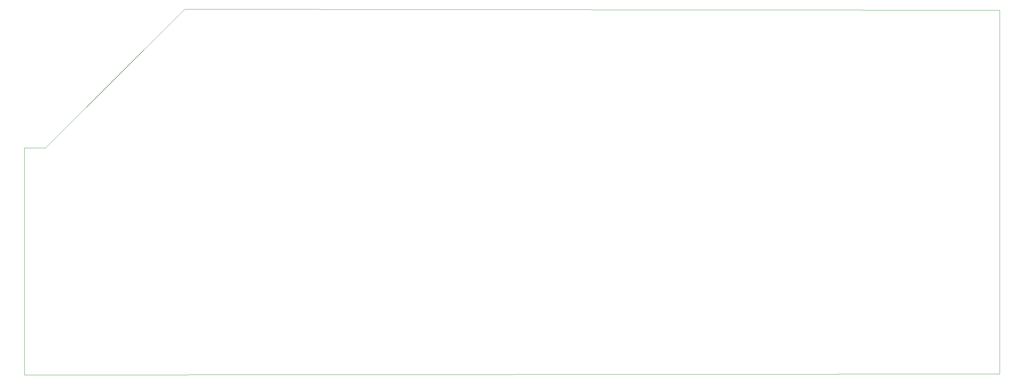
<source format=gbr>
%TF.GenerationSoftware,KiCad,Pcbnew,(5.1.8)-1*%
%TF.CreationDate,2021-04-22T01:43:49+03:00*%
%TF.ProjectId,guitar_second,67756974-6172-45f7-9365-636f6e642e6b,rev?*%
%TF.SameCoordinates,Original*%
%TF.FileFunction,Profile,NP*%
%FSLAX46Y46*%
G04 Gerber Fmt 4.6, Leading zero omitted, Abs format (unit mm)*
G04 Created by KiCad (PCBNEW (5.1.8)-1) date 2021-04-22 01:43:49*
%MOMM*%
%LPD*%
G01*
G04 APERTURE LIST*
%TA.AperFunction,Profile*%
%ADD10C,0.050000*%
%TD*%
G04 APERTURE END LIST*
D10*
X30750000Y-156000000D02*
X274500000Y-155750000D01*
X36000000Y-99250000D02*
X30750000Y-99250000D01*
X70750000Y-64500000D02*
X36000000Y-99250000D01*
X274500000Y-64750000D02*
X70750000Y-64500000D01*
X274500000Y-155750000D02*
X274500000Y-64750000D01*
X30750000Y-99250000D02*
X30750000Y-156000000D01*
M02*

</source>
